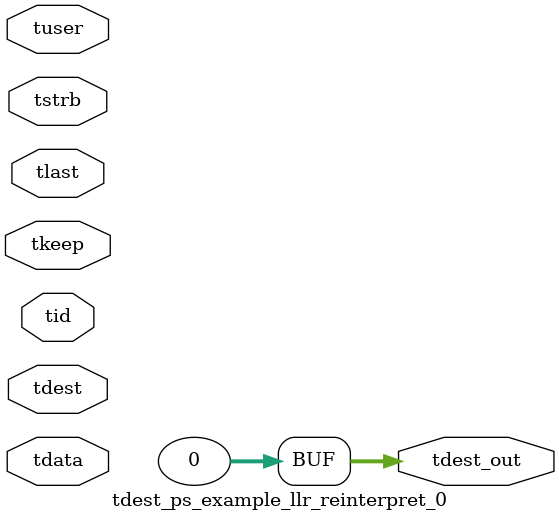
<source format=v>


`timescale 1ps/1ps

module tdest_ps_example_llr_reinterpret_0 #
(
parameter C_S_AXIS_TDATA_WIDTH = 32,
parameter C_S_AXIS_TUSER_WIDTH = 0,
parameter C_S_AXIS_TID_WIDTH   = 0,
parameter C_S_AXIS_TDEST_WIDTH = 0,
parameter C_M_AXIS_TDEST_WIDTH = 32
)
(
input  [(C_S_AXIS_TDATA_WIDTH == 0 ? 1 : C_S_AXIS_TDATA_WIDTH)-1:0     ] tdata,
input  [(C_S_AXIS_TUSER_WIDTH == 0 ? 1 : C_S_AXIS_TUSER_WIDTH)-1:0     ] tuser,
input  [(C_S_AXIS_TID_WIDTH   == 0 ? 1 : C_S_AXIS_TID_WIDTH)-1:0       ] tid,
input  [(C_S_AXIS_TDEST_WIDTH == 0 ? 1 : C_S_AXIS_TDEST_WIDTH)-1:0     ] tdest,
input  [(C_S_AXIS_TDATA_WIDTH/8)-1:0 ] tkeep,
input  [(C_S_AXIS_TDATA_WIDTH/8)-1:0 ] tstrb,
input                                                                    tlast,
output [C_M_AXIS_TDEST_WIDTH-1:0] tdest_out
);

assign tdest_out = {1'b0};

endmodule


</source>
